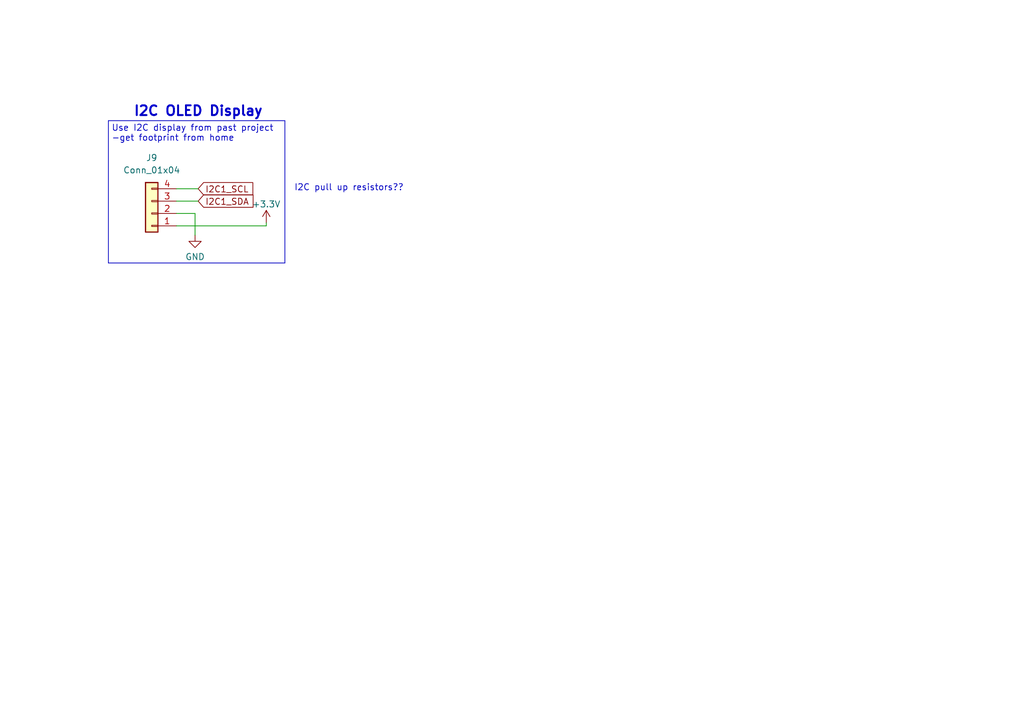
<source format=kicad_sch>
(kicad_sch (version 20230121) (generator eeschema)
  (paper "A5")
  (lib_symbols
    (symbol "Connector_Generic:Conn_01x04" (pin_names (offset 1.016) hide)
      (property "Reference" "J" (at 0 5.08 0))
      (property "Value" "Conn_01x04" (at 0 -7.62 0))
      (symbol "Conn_01x04_1_1"
        (rectangle (start -1.27 -4.953) (end 0 -5.207) (stroke (width 0.1524)))
        (rectangle (start -1.27 -2.413) (end 0 -2.667) (stroke (width 0.1524)))
        (rectangle (start -1.27 0.127) (end 0 -0.127) (stroke (width 0.1524)))
        (rectangle (start -1.27 2.667) (end 0 2.413) (stroke (width 0.1524)))
        (rectangle (start -1.27 3.81) (end 1.27 -6.35) (stroke (width 0.254)) (fill (type background)))
        (pin passive line (at -5.08 2.54 0) (length 3.81) (name "Pin_1") (number "1"))
        (pin passive line (at -5.08 0 0) (length 3.81) (name "Pin_2") (number "2"))
        (pin passive line (at -5.08 -2.54 0) (length 3.81) (name "Pin_3") (number "3"))
        (pin passive line (at -5.08 -5.08 0) (length 3.81) (name "Pin_4") (number "4"))
      )
    )
    (symbol "power:+3.3V" (power) (pin_names (offset 0))
      (property "Value" "+3.3V" (at 0 3.556 0))
      (symbol "+3.3V_0_1"
        (polyline (pts (xy -0.762 1.27) (xy 0 2.54)))
        (polyline (pts (xy 0 0) (xy 0 2.54)))
        (polyline (pts (xy 0 2.54) (xy 0.762 1.27)))
      )
      (symbol "+3.3V_1_1"
        (pin power_in line (at 0 0 90) (length 0) hide (name "+3.3V") (number "1"))
      )
    )
    (symbol "power:GND" (power) (pin_names (offset 0))
      (property "Value" "GND" (at 0 -3.81 0))
      (symbol "GND_0_1"
        (polyline (pts (xy 0 0) (xy 0 -1.27) (xy 1.27 -1.27) (xy 0 -2.54) (xy -1.27 -1.27) (xy 0 -1.27)))
      )
      (symbol "GND_1_1"
        (pin power_in line (at 0 0 270) (length 0) hide (name "GND") (number "1"))
      )
    )
  )
  (polyline (pts (xy 58.42 53.975) (xy 22.225 53.975)))
  (wire (pts (xy 36.195 41.275) (xy 40.64 41.275)))
  (wire (pts (xy 36.195 38.735) (xy 40.64 38.735)))
  (polyline (pts (xy 22.225 24.765) (xy 58.42 24.765)))
  (polyline (pts (xy 22.225 53.975) (xy 22.225 24.765)))
  (wire (pts (xy 54.61 45.72) (xy 54.61 46.355)))
  (polyline (pts (xy 58.42 24.765) (xy 58.42 53.975)))
  (wire (pts (xy 54.61 46.355) (xy 36.195 46.355)))
  (wire (pts (xy 40.005 48.26) (xy 40.005 43.815)))
  (wire (pts (xy 40.005 43.815) (xy 36.195 43.815)))
  (text "I2C pull up resistors??" (at 60.325 39.37 0) (effects (font (size 1.27 1.27)) (justify left bottom)))
  (text "I2C OLED Display" (at 27.305 24.13 0) (effects (font (size 2 2) (thickness 0.4) bold) (justify left bottom)))
  (text "Use I2C display from past project\n-get footprint from home" (at 22.86 29.21 0) (effects (font (size 1.27 1.27)) (justify left bottom)))
  (global_label "I2C1_SCL" (shape input) (at 40.64 38.735 0) (property "Intersheetrefs" "${INTERSHEET_REFS}" (effects hide)))
  (global_label "I2C1_SDA" (shape input) (at 40.64 41.275 0) (property "Intersheetrefs" "${INTERSHEET_REFS}" (effects hide)))
  (symbol (lib_id "power:+3.3V") (at 54.61 45.72 0) (unit 1)
    (property "Reference" "#PWR087" (effects hide))
    (property "Value" "+3.3V" (at 54.61 41.91 0))
    (instances (project "DMM_V2" (path "" (reference "#PWR087") (unit 1))) (project "DMM" (path "" (reference "#PWR010") (unit 1))))
  )
  (symbol (lib_id "power:GND") (at 40.005 48.26 0) (unit 1)
    (property "Reference" "#PWR086" (effects hide))
    (property "Value" "GND" (at 40.005 52.705 0))
    (instances (project "DMM_V2" (path "" (reference "#PWR086") (unit 1))) (project "DMM" (path "" (reference "#PWR011") (unit 1))))
  )
  (symbol (lib_id "Connector_Generic:Conn_01x04") (at 31.115 43.815 180) (unit 1)
    (property "Reference" "J9" (at 31.115 32.385 0))
    (property "Value" "Conn_01x04" (at 31.115 34.925 0))
    (property "Footprint" "Connector_PinHeader_2.54mm:PinHeader_1x04_P2.54mm_Vertical" (effects hide))
    (property "LCSC Price" "0" (effects hide))
    (property "Price Qty" "0" (effects hide))
    (property "Store" "Parts Bin" (effects hide))
    (instances (project "DMM_V2" (path "" (reference "J9") (unit 1))) (project "DMM" (path "" (reference "J6") (unit 1))))
  )
)
</source>
